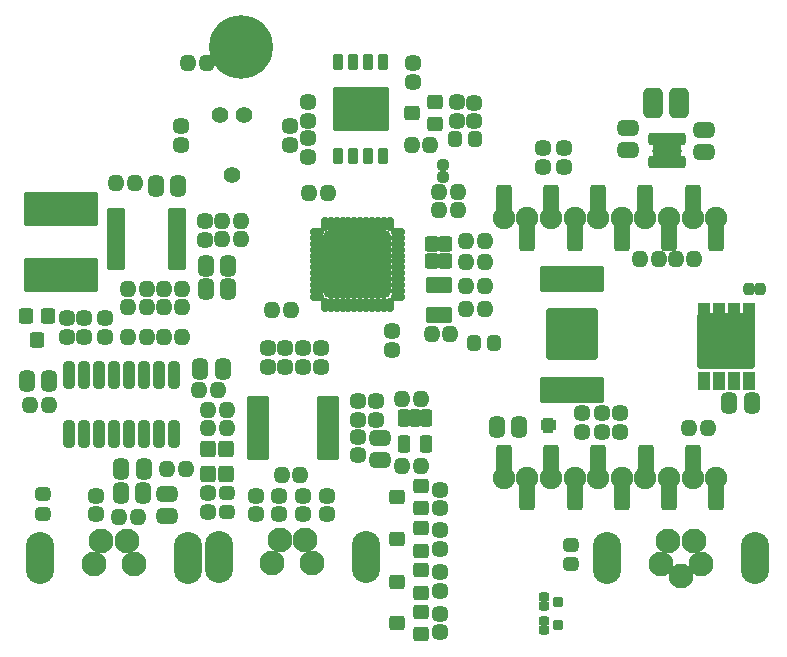
<source format=gbr>
%TF.GenerationSoftware,KiCad,Pcbnew,(6.0.0-0)*%
%TF.CreationDate,2022-01-03T00:26:05+01:00*%
%TF.ProjectId,Nestbox,4e657374-626f-4782-9e6b-696361645f70,rev?*%
%TF.SameCoordinates,Original*%
%TF.FileFunction,Soldermask,Top*%
%TF.FilePolarity,Negative*%
%FSLAX46Y46*%
G04 Gerber Fmt 4.6, Leading zero omitted, Abs format (unit mm)*
G04 Created by KiCad (PCBNEW (6.0.0-0)) date 2022-01-03 00:26:05*
%MOMM*%
%LPD*%
G01*
G04 APERTURE LIST*
G04 Aperture macros list*
%AMRoundRect*
0 Rectangle with rounded corners*
0 $1 Rounding radius*
0 $2 $3 $4 $5 $6 $7 $8 $9 X,Y pos of 4 corners*
0 Add a 4 corners polygon primitive as box body*
4,1,4,$2,$3,$4,$5,$6,$7,$8,$9,$2,$3,0*
0 Add four circle primitives for the rounded corners*
1,1,$1+$1,$2,$3*
1,1,$1+$1,$4,$5*
1,1,$1+$1,$6,$7*
1,1,$1+$1,$8,$9*
0 Add four rect primitives between the rounded corners*
20,1,$1+$1,$2,$3,$4,$5,0*
20,1,$1+$1,$4,$5,$6,$7,0*
20,1,$1+$1,$6,$7,$8,$9,0*
20,1,$1+$1,$8,$9,$2,$3,0*%
G04 Aperture macros list end*
%ADD10C,0.010000*%
%ADD11RoundRect,0.200000X-0.350000X-0.600000X0.350000X-0.600000X0.350000X0.600000X-0.350000X0.600000X0*%
%ADD12RoundRect,0.200000X-2.250000X-2.145000X2.250000X-2.145000X2.250000X2.145000X-2.250000X2.145000X0*%
%ADD13RoundRect,0.200000X-0.775000X-0.800000X0.775000X-0.800000X0.775000X0.800000X-0.775000X0.800000X0*%
%ADD14RoundRect,0.200000X-0.775000X-0.600000X0.775000X-0.600000X0.775000X0.600000X-0.775000X0.600000X0*%
%ADD15RoundRect,0.443750X0.243750X0.456250X-0.243750X0.456250X-0.243750X-0.456250X0.243750X-0.456250X0*%
%ADD16RoundRect,0.418750X0.218750X0.256250X-0.218750X0.256250X-0.218750X-0.256250X0.218750X-0.256250X0*%
%ADD17RoundRect,0.418750X-0.256250X0.218750X-0.256250X-0.218750X0.256250X-0.218750X0.256250X0.218750X0*%
%ADD18RoundRect,0.418750X-0.218750X-0.256250X0.218750X-0.256250X0.218750X0.256250X-0.218750X0.256250X0*%
%ADD19RoundRect,0.443750X-0.456250X0.243750X-0.456250X-0.243750X0.456250X-0.243750X0.456250X0.243750X0*%
%ADD20RoundRect,0.443750X-0.243750X-0.456250X0.243750X-0.456250X0.243750X0.456250X-0.243750X0.456250X0*%
%ADD21RoundRect,0.200000X-0.225000X-0.200000X0.225000X-0.200000X0.225000X0.200000X-0.225000X0.200000X0*%
%ADD22RoundRect,0.200000X-0.225000X-0.250000X0.225000X-0.250000X0.225000X0.250000X-0.225000X0.250000X0*%
%ADD23RoundRect,0.350000X0.150000X-0.825000X0.150000X0.825000X-0.150000X0.825000X-0.150000X-0.825000X0*%
%ADD24C,5.400000*%
%ADD25RoundRect,0.418750X0.256250X-0.218750X0.256250X0.218750X-0.256250X0.218750X-0.256250X-0.218750X0*%
%ADD26RoundRect,0.200000X-0.400000X0.450000X-0.400000X-0.450000X0.400000X-0.450000X0.400000X0.450000X0*%
%ADD27C,2.100000*%
%ADD28O,2.400000X4.400000*%
%ADD29RoundRect,0.450000X0.375000X0.850000X-0.375000X0.850000X-0.375000X-0.850000X0.375000X-0.850000X0*%
%ADD30RoundRect,0.200000X-0.125000X0.300000X-0.125000X-0.300000X0.125000X-0.300000X0.125000X0.300000X0*%
%ADD31C,1.004800*%
%ADD32RoundRect,0.200000X-1.000000X0.450000X-1.000000X-0.450000X1.000000X-0.450000X1.000000X0.450000X0*%
%ADD33C,1.009600*%
%ADD34RoundRect,0.200000X-0.325000X0.530000X-0.325000X-0.530000X0.325000X-0.530000X0.325000X0.530000X0*%
%ADD35RoundRect,0.443750X0.456250X-0.243750X0.456250X0.243750X-0.456250X0.243750X-0.456250X-0.243750X0*%
%ADD36RoundRect,0.200000X-0.750000X-0.225000X0.750000X-0.225000X0.750000X0.225000X-0.750000X0.225000X0*%
%ADD37RoundRect,0.200000X0.450000X0.400000X-0.450000X0.400000X-0.450000X-0.400000X0.450000X-0.400000X0*%
%ADD38C,1.900000*%
%ADD39RoundRect,0.200000X-0.600000X-0.200000X0.600000X-0.200000X0.600000X0.200000X-0.600000X0.200000X0*%
%ADD40RoundRect,0.200000X-2.950000X1.225000X-2.950000X-1.225000X2.950000X-1.225000X2.950000X1.225000X0*%
%ADD41RoundRect,0.262500X0.337500X0.062500X-0.337500X0.062500X-0.337500X-0.062500X0.337500X-0.062500X0*%
%ADD42RoundRect,0.262500X0.062500X0.337500X-0.062500X0.337500X-0.062500X-0.337500X0.062500X-0.337500X0*%
%ADD43RoundRect,0.450000X2.400000X2.400000X-2.400000X2.400000X-2.400000X-2.400000X2.400000X-2.400000X0*%
%ADD44RoundRect,0.327000X-0.127000X0.381000X-0.127000X-0.381000X0.127000X-0.381000X0.127000X0.381000X0*%
%ADD45RoundRect,0.200000X-2.150000X1.700000X-2.150000X-1.700000X2.150000X-1.700000X2.150000X1.700000X0*%
%ADD46RoundRect,0.200000X0.400000X-0.450000X0.400000X0.450000X-0.400000X0.450000X-0.400000X-0.450000X0*%
%ADD47RoundRect,0.200000X-0.900000X0.500000X-0.900000X-0.500000X0.900000X-0.500000X0.900000X0.500000X0*%
%ADD48RoundRect,0.347500X-0.172500X0.147500X-0.172500X-0.147500X0.172500X-0.147500X0.172500X0.147500X0*%
%ADD49RoundRect,0.200000X0.450000X-1.000000X0.450000X1.000000X-0.450000X1.000000X-0.450000X-1.000000X0*%
%ADD50RoundRect,0.200000X-0.450000X1.000000X-0.450000X-1.000000X0.450000X-1.000000X0.450000X1.000000X0*%
%ADD51RoundRect,0.200000X0.450000X-0.500000X0.450000X0.500000X-0.450000X0.500000X-0.450000X-0.500000X0*%
%ADD52RoundRect,0.400000X-0.200000X-0.275000X0.200000X-0.275000X0.200000X0.275000X-0.200000X0.275000X0*%
%ADD53RoundRect,0.200000X-2.540000X0.890000X-2.540000X-0.890000X2.540000X-0.890000X2.540000X0.890000X0*%
%ADD54RoundRect,0.200000X-1.980000X1.980000X-1.980000X-1.980000X1.980000X-1.980000X1.980000X1.980000X0*%
%ADD55RoundRect,0.400000X0.200000X0.275000X-0.200000X0.275000X-0.200000X-0.275000X0.200000X-0.275000X0*%
%ADD56RoundRect,0.400000X-0.275000X0.200000X-0.275000X-0.200000X0.275000X-0.200000X0.275000X0.200000X0*%
%ADD57RoundRect,0.400000X0.275000X-0.200000X0.275000X0.200000X-0.275000X0.200000X-0.275000X-0.200000X0*%
%ADD58RoundRect,0.347500X-0.147500X-0.172500X0.147500X-0.172500X0.147500X0.172500X-0.147500X0.172500X0*%
%ADD59RoundRect,0.425000X0.250000X-0.225000X0.250000X0.225000X-0.250000X0.225000X-0.250000X-0.225000X0*%
%ADD60C,1.390600*%
G04 APERTURE END LIST*
D10*
X203590000Y-103462500D02*
X203590000Y-102922500D01*
X203590000Y-102922500D02*
X203920000Y-102922500D01*
X203920000Y-102922500D02*
X203920000Y-103132500D01*
X203920000Y-103132500D02*
X204130000Y-103132500D01*
X204130000Y-103132500D02*
X204130000Y-103462500D01*
X204130000Y-103462500D02*
X203590000Y-103462500D01*
G36*
X203920000Y-103132500D02*
G01*
X204130000Y-103132500D01*
X204130000Y-103462500D01*
X203590000Y-103462500D01*
X203590000Y-102922500D01*
X203920000Y-102922500D01*
X203920000Y-103132500D01*
G37*
X203920000Y-103132500D02*
X204130000Y-103132500D01*
X204130000Y-103462500D01*
X203590000Y-103462500D01*
X203590000Y-102922500D01*
X203920000Y-102922500D01*
X203920000Y-103132500D01*
X203510000Y-103462500D02*
X203510000Y-102922500D01*
X203510000Y-102922500D02*
X203180000Y-102922500D01*
X203180000Y-102922500D02*
X203180000Y-103132500D01*
X203180000Y-103132500D02*
X202970000Y-103132500D01*
X202970000Y-103132500D02*
X202970000Y-103462500D01*
X202970000Y-103462500D02*
X203510000Y-103462500D01*
G36*
X203510000Y-103462500D02*
G01*
X202970000Y-103462500D01*
X202970000Y-103132500D01*
X203180000Y-103132500D01*
X203180000Y-102922500D01*
X203510000Y-102922500D01*
X203510000Y-103462500D01*
G37*
X203510000Y-103462500D02*
X202970000Y-103462500D01*
X202970000Y-103132500D01*
X203180000Y-103132500D01*
X203180000Y-102922500D01*
X203510000Y-102922500D01*
X203510000Y-103462500D01*
X203510000Y-103542500D02*
X203510000Y-104082500D01*
X203510000Y-104082500D02*
X203180000Y-104082500D01*
X203180000Y-104082500D02*
X203180000Y-103872500D01*
X203180000Y-103872500D02*
X202970000Y-103872500D01*
X202970000Y-103872500D02*
X202970000Y-103542500D01*
X202970000Y-103542500D02*
X203510000Y-103542500D01*
G36*
X203510000Y-104082500D02*
G01*
X203180000Y-104082500D01*
X203180000Y-103872500D01*
X202970000Y-103872500D01*
X202970000Y-103542500D01*
X203510000Y-103542500D01*
X203510000Y-104082500D01*
G37*
X203510000Y-104082500D02*
X203180000Y-104082500D01*
X203180000Y-103872500D01*
X202970000Y-103872500D01*
X202970000Y-103542500D01*
X203510000Y-103542500D01*
X203510000Y-104082500D01*
X203590000Y-103542500D02*
X203590000Y-104082500D01*
X203590000Y-104082500D02*
X203920000Y-104082500D01*
X203920000Y-104082500D02*
X203920000Y-103872500D01*
X203920000Y-103872500D02*
X204130000Y-103872500D01*
X204130000Y-103872500D02*
X204130000Y-103542500D01*
X204130000Y-103542500D02*
X203590000Y-103542500D01*
G36*
X204130000Y-103872500D02*
G01*
X203920000Y-103872500D01*
X203920000Y-104082500D01*
X203590000Y-104082500D01*
X203590000Y-103542500D01*
X204130000Y-103542500D01*
X204130000Y-103872500D01*
G37*
X204130000Y-103872500D02*
X203920000Y-103872500D01*
X203920000Y-104082500D01*
X203590000Y-104082500D01*
X203590000Y-103542500D01*
X204130000Y-103542500D01*
X204130000Y-103872500D01*
D11*
X216749500Y-99785621D03*
X219299500Y-99785621D03*
X218019500Y-99785621D03*
X220569500Y-99785621D03*
D12*
X218659500Y-96385621D03*
D11*
X219299500Y-93985621D03*
D13*
X219749500Y-95635621D03*
D11*
X216749500Y-93985621D03*
D13*
X217569500Y-95635621D03*
D14*
X217569500Y-97635621D03*
X219749500Y-97635621D03*
D11*
X220569500Y-93985621D03*
X218019500Y-93985621D03*
D15*
X161319500Y-99785621D03*
X159444500Y-99785621D03*
D16*
X175607000Y-100535621D03*
X174032000Y-100535621D03*
D17*
X162819500Y-94498121D03*
X162819500Y-96073121D03*
X164319500Y-94498121D03*
X164319500Y-96073121D03*
D18*
X168032000Y-96035621D03*
X169607000Y-96035621D03*
D16*
X172607000Y-96035621D03*
X171032000Y-96035621D03*
X161319500Y-101785621D03*
X159744500Y-101785621D03*
D15*
X176007000Y-98785621D03*
X174132000Y-98785621D03*
D19*
X171319500Y-109348121D03*
X171319500Y-111223121D03*
D16*
X172894500Y-107285621D03*
X171319500Y-107285621D03*
X168819500Y-111285621D03*
X167244500Y-111285621D03*
D20*
X167382000Y-109285621D03*
X169257000Y-109285621D03*
D15*
X169319500Y-107285621D03*
X167444500Y-107285621D03*
D21*
X203244500Y-120085621D03*
X203244500Y-120885621D03*
D22*
X204394500Y-120485621D03*
D23*
X163009500Y-104260621D03*
X164279500Y-104260621D03*
X165549500Y-104260621D03*
X166819500Y-104260621D03*
X168089500Y-104260621D03*
X169359500Y-104260621D03*
X170629500Y-104260621D03*
X171899500Y-104260621D03*
X171899500Y-99310621D03*
X170629500Y-99310621D03*
X169359500Y-99310621D03*
X168089500Y-99310621D03*
X166819500Y-99310621D03*
X165549500Y-99310621D03*
X164279500Y-99310621D03*
X163009500Y-99310621D03*
D24*
X177552422Y-71526000D03*
D25*
X166033879Y-96073121D03*
X166033879Y-94498121D03*
D18*
X166994500Y-83035621D03*
X168569500Y-83035621D03*
D25*
X165319500Y-111073121D03*
X165319500Y-109498121D03*
D16*
X174687500Y-72900000D03*
X173112500Y-72900000D03*
D26*
X161269500Y-94285621D03*
X159369500Y-94285621D03*
X160319500Y-96285621D03*
D27*
X213119500Y-115285621D03*
X213744500Y-113335621D03*
X216519500Y-115285621D03*
X215894500Y-113335621D03*
X214819500Y-116285621D03*
D28*
X208569500Y-114785621D03*
X221069500Y-114785621D03*
D15*
X220797000Y-101685621D03*
X218922000Y-101685621D03*
D29*
X214644500Y-76285621D03*
X212494500Y-76285621D03*
D19*
X216809500Y-78543121D03*
X216809500Y-80418121D03*
D30*
X214869500Y-79285621D03*
X214369500Y-79285621D03*
X213869500Y-79285621D03*
X213369500Y-79285621D03*
X212869500Y-79285621D03*
X212369500Y-79285621D03*
X212369500Y-81285621D03*
X212869500Y-81285621D03*
X213369500Y-81285621D03*
X213869500Y-81285621D03*
X214369500Y-81285621D03*
X214869500Y-81285621D03*
D31*
X214369500Y-80285621D03*
D32*
X213619500Y-80285621D03*
D33*
X212869500Y-80285621D03*
D19*
X210319500Y-78348121D03*
X210319500Y-80223121D03*
D21*
X203244500Y-118085621D03*
X203244500Y-118885621D03*
D22*
X204394500Y-118485621D03*
D34*
X193269500Y-102950000D03*
X192319500Y-102950000D03*
X191369500Y-102950000D03*
X191369500Y-105150000D03*
X193269500Y-105150000D03*
D16*
X192787500Y-101300000D03*
X191212500Y-101300000D03*
X192787500Y-107000000D03*
X191212500Y-107000000D03*
D18*
X181032000Y-107785621D03*
X182607000Y-107785621D03*
D17*
X174800000Y-109312500D03*
X174800000Y-110887500D03*
D25*
X189000000Y-103073121D03*
X189000000Y-101498121D03*
D17*
X187500000Y-101498121D03*
X187500000Y-103073121D03*
D35*
X189319500Y-106473121D03*
X189319500Y-104598121D03*
D25*
X187500000Y-106073121D03*
X187500000Y-104498121D03*
D17*
X180819500Y-109498121D03*
X180819500Y-111073121D03*
X182819500Y-109498121D03*
X182819500Y-111073121D03*
X184819500Y-109498121D03*
X184819500Y-111073121D03*
X178819500Y-109498121D03*
X178819500Y-111073121D03*
D16*
X176357000Y-102285621D03*
X174782000Y-102285621D03*
D18*
X174782000Y-103785621D03*
X176357000Y-103785621D03*
D36*
X179050000Y-101510621D03*
X179050000Y-102160621D03*
X179050000Y-102810621D03*
X179050000Y-103460621D03*
X179050000Y-104110621D03*
X179050000Y-104760621D03*
X179050000Y-105410621D03*
X179050000Y-106060621D03*
X184950000Y-106060621D03*
X184950000Y-105410621D03*
X184950000Y-104760621D03*
X184950000Y-104110621D03*
X184950000Y-103460621D03*
X184950000Y-102810621D03*
X184950000Y-102160621D03*
X184950000Y-101510621D03*
D27*
X180219500Y-115235621D03*
X180844500Y-113285621D03*
X183619500Y-115235621D03*
X182994500Y-113285621D03*
D28*
X175669500Y-114735621D03*
X188169500Y-114735621D03*
D37*
X192819500Y-117735621D03*
X192819500Y-115835621D03*
X190819500Y-116785621D03*
X192819500Y-121235621D03*
X192819500Y-119335621D03*
X190819500Y-120285621D03*
X192800000Y-114150000D03*
X192800000Y-112250000D03*
X190800000Y-113200000D03*
X192800000Y-110550000D03*
X192800000Y-108650000D03*
X190800000Y-109600000D03*
D25*
X194419500Y-117573121D03*
X194419500Y-115998121D03*
D17*
X194419500Y-119498121D03*
X194419500Y-121073121D03*
D25*
X194400000Y-113987500D03*
X194400000Y-112412500D03*
D17*
X194400000Y-109012500D03*
X194400000Y-110587500D03*
D38*
X199819500Y-107971121D03*
X201819500Y-107971121D03*
X203819500Y-107971121D03*
X205819500Y-107971121D03*
X207819500Y-107971121D03*
X209819500Y-107971121D03*
X211819500Y-107971121D03*
X213819500Y-107971121D03*
X215819500Y-107971121D03*
X217819500Y-107971121D03*
X217819500Y-85971121D03*
X215819500Y-85971121D03*
X213819500Y-85971121D03*
X211819500Y-85971121D03*
X209819500Y-85971121D03*
X207819500Y-85971121D03*
X205819500Y-85971121D03*
X203819500Y-85971121D03*
X201819500Y-85971121D03*
X199819500Y-85971121D03*
D15*
X201112500Y-103725000D03*
X199237500Y-103725000D03*
D18*
X211387500Y-89450000D03*
X212962500Y-89450000D03*
D16*
X215937500Y-89450000D03*
X214362500Y-89450000D03*
D17*
X209675000Y-102537500D03*
X209675000Y-104112500D03*
D16*
X217107000Y-103785621D03*
X215532000Y-103785621D03*
D25*
X206475000Y-104087500D03*
X206475000Y-102512500D03*
D17*
X208100000Y-102537500D03*
X208100000Y-104112500D03*
D39*
X166969500Y-85563121D03*
X166969500Y-86198121D03*
X166969500Y-86833121D03*
X166969500Y-87468121D03*
X166969500Y-88103121D03*
X166969500Y-88738121D03*
X166969500Y-89373121D03*
X166969500Y-90008121D03*
X172169500Y-90008121D03*
X172169500Y-89373121D03*
X172169500Y-88738121D03*
X172169500Y-88103121D03*
X172169500Y-87468121D03*
X172169500Y-86833121D03*
X172169500Y-86198121D03*
X172169500Y-85563121D03*
D40*
X162319500Y-85260621D03*
X162319500Y-90810621D03*
D20*
X170344500Y-83285621D03*
X172219500Y-83285621D03*
D16*
X177569500Y-87785621D03*
X175994500Y-87785621D03*
D17*
X174532000Y-86248121D03*
X174532000Y-87823121D03*
D16*
X169607000Y-93535621D03*
X168032000Y-93535621D03*
D20*
X174632000Y-92035621D03*
X176507000Y-92035621D03*
X174632000Y-90035621D03*
X176507000Y-90035621D03*
D18*
X171032000Y-93535621D03*
X172607000Y-93535621D03*
D16*
X177569500Y-86285621D03*
X175994500Y-86285621D03*
D18*
X168032000Y-92035621D03*
X169607000Y-92035621D03*
D16*
X172607000Y-92035621D03*
X171032000Y-92035621D03*
D18*
X183362000Y-83900621D03*
X184937000Y-83900621D03*
D17*
X181750000Y-78212500D03*
X181750000Y-79787500D03*
D41*
X190869500Y-92670621D03*
X190869500Y-92170621D03*
X190869500Y-91670621D03*
X190869500Y-91170621D03*
X190869500Y-90670621D03*
X190869500Y-90170621D03*
X190869500Y-89670621D03*
X190869500Y-89170621D03*
X190869500Y-88670621D03*
X190869500Y-88170621D03*
X190869500Y-87670621D03*
X190869500Y-87170621D03*
D42*
X190169500Y-86470621D03*
X189669500Y-86470621D03*
X189169500Y-86470621D03*
X188669500Y-86470621D03*
X188169500Y-86470621D03*
X187669500Y-86470621D03*
X187169500Y-86470621D03*
X186669500Y-86470621D03*
X186169500Y-86470621D03*
X185669500Y-86470621D03*
X185169500Y-86470621D03*
X184669500Y-86470621D03*
D41*
X183969500Y-87170621D03*
X183969500Y-87670621D03*
X183969500Y-88170621D03*
X183969500Y-88670621D03*
X183969500Y-89170621D03*
X183969500Y-89670621D03*
X183969500Y-90170621D03*
X183969500Y-90670621D03*
X183969500Y-91170621D03*
X183969500Y-91670621D03*
X183969500Y-92170621D03*
X183969500Y-92670621D03*
D42*
X184669500Y-93370621D03*
X185169500Y-93370621D03*
X185669500Y-93370621D03*
X186169500Y-93370621D03*
X186669500Y-93370621D03*
X187169500Y-93370621D03*
X187669500Y-93370621D03*
X188169500Y-93370621D03*
X188669500Y-93370621D03*
X189169500Y-93370621D03*
X189669500Y-93370621D03*
X190169500Y-93370621D03*
D43*
X187419500Y-89920621D03*
D44*
X189624500Y-72785621D03*
X188354500Y-72785621D03*
X187084500Y-72785621D03*
X185814500Y-72785621D03*
X185814500Y-80785621D03*
X187084500Y-80785621D03*
X188354500Y-80785621D03*
X189624500Y-80785621D03*
D45*
X187719500Y-76785621D03*
D46*
X194869500Y-89620621D03*
X194869500Y-88220621D03*
X193769500Y-88220621D03*
X193769500Y-89620621D03*
D47*
X194319500Y-91670621D03*
X194319500Y-94170621D03*
D48*
X194675000Y-81540000D03*
X194675000Y-82510000D03*
D18*
X196632000Y-89720621D03*
X198207000Y-89720621D03*
X196632000Y-87920621D03*
X198207000Y-87920621D03*
D16*
X198207000Y-93720621D03*
X196632000Y-93720621D03*
X198207000Y-91720621D03*
X196632000Y-91720621D03*
X181787500Y-93750000D03*
X180212500Y-93750000D03*
D17*
X190319500Y-95598121D03*
X190319500Y-97173121D03*
D18*
X193732000Y-95785621D03*
X195307000Y-95785621D03*
D16*
X195907000Y-85285621D03*
X194332000Y-85285621D03*
X195907000Y-83785621D03*
X194332000Y-83785621D03*
X193607000Y-79785621D03*
X192032000Y-79785621D03*
D25*
X172500000Y-79787500D03*
X172500000Y-78212500D03*
X204900000Y-81650000D03*
X204900000Y-80075000D03*
D17*
X203150000Y-80075000D03*
X203150000Y-81650000D03*
D25*
X183250000Y-80787500D03*
X183250000Y-79212500D03*
X192119500Y-74473121D03*
X192119500Y-72898121D03*
D17*
X184319500Y-96998121D03*
X184319500Y-98573121D03*
D25*
X183250000Y-77787500D03*
X183250000Y-76212500D03*
D17*
X182819500Y-96998121D03*
X182819500Y-98573121D03*
X181309500Y-97008121D03*
X181309500Y-98583121D03*
X179819500Y-97008121D03*
X179819500Y-98583121D03*
D49*
X199829500Y-106365621D03*
X201829500Y-109565621D03*
X203829500Y-106365621D03*
X205829500Y-109565621D03*
X207829500Y-106365621D03*
X209829500Y-109565621D03*
X211829500Y-106365621D03*
X213829500Y-109565621D03*
X215829500Y-106365621D03*
X217829500Y-109565621D03*
D50*
X217819500Y-87575621D03*
X215819500Y-84375621D03*
X213819500Y-87575621D03*
X211819500Y-84375621D03*
X209819500Y-87575621D03*
X207819500Y-84375621D03*
X205819500Y-87575621D03*
X203819500Y-84375621D03*
X201819500Y-87575621D03*
X199819500Y-84375621D03*
D37*
X194019500Y-78035621D03*
X194019500Y-76135621D03*
X192019500Y-77085621D03*
D17*
X195819500Y-76198121D03*
X195819500Y-77773121D03*
D27*
X165119500Y-115285621D03*
X165744500Y-113335621D03*
X168519500Y-115285621D03*
X167894500Y-113335621D03*
D28*
X173069500Y-114785621D03*
X160569500Y-114785621D03*
D51*
X176344500Y-107690621D03*
X176344500Y-105540621D03*
X174794500Y-105540621D03*
X174794500Y-107690621D03*
D52*
X195725000Y-79300000D03*
X197375000Y-79300000D03*
D53*
X205575000Y-100525000D03*
X205575000Y-91125000D03*
D54*
X205575000Y-95825000D03*
D55*
X198975000Y-96600000D03*
X197325000Y-96600000D03*
D56*
X160800000Y-109375000D03*
X160800000Y-111025000D03*
D57*
X176350000Y-110925000D03*
X176350000Y-109275000D03*
D58*
X220569500Y-92035621D03*
X221539500Y-92035621D03*
D56*
X205500000Y-113675000D03*
X205500000Y-115325000D03*
D59*
X197300000Y-77775000D03*
X197300000Y-76225000D03*
D60*
X176850000Y-82390000D03*
X175834000Y-77310000D03*
X177866000Y-77310000D03*
M02*

</source>
